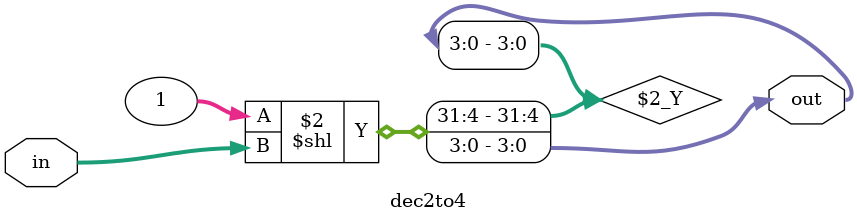
<source format=v>
module dec2to4 (out, in) ;
	input[1:0] in ;
	output[3:0] out ;
	reg[3:0] out ;
	
	always @(in)
	begin
		/*
		case(in)
			0 :	out = 4'b0001 ;
			1 : out = 4'b0010 ; 
			2 : out = 4'b0100 ;
			3 : out = 4'b1000 ;
		endcase*/
		
		//i = in ;
		out = 2**in ;
	end
	
endmodule
	
</source>
